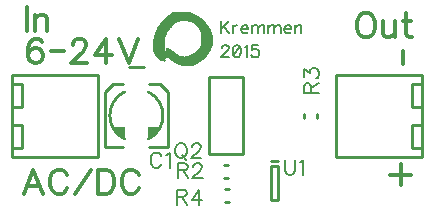
<source format=gto>
G04 DipTrace 2.4.0.2*
%INLaserreguv2.GTO*%
%MOMM*%
%ADD10C,0.25*%
%ADD12C,0.025*%
%ADD16C,0.155*%
%ADD55C,0.196*%
%ADD56C,0.314*%
%FSLAX53Y53*%
G04*
G71*
G90*
G75*
G01*
%LNTopSilk*%
%LPD*%
X22700Y5750D2*
D10*
X22100D1*
Y2850D1*
X22700D1*
Y5750D1*
Y6200D2*
X22100D1*
X7450Y13500D2*
X150D1*
Y6500D1*
X7450D1*
Y13500D1*
X1000Y12700D2*
X200D1*
Y10800D1*
X1000D1*
Y12700D1*
Y9200D2*
X200D1*
Y7300D1*
X1000D1*
Y9200D1*
X13350Y12050D2*
X12700Y12700D1*
X8700D2*
X8050Y12050D1*
X8700Y12700D2*
X9600D1*
X8050Y12050D2*
Y7450D1*
Y7400D2*
X9600D1*
X11800D2*
X13350D1*
Y12050D1*
X11800Y12700D2*
X12700D1*
X11300Y14150D2*
X10100D1*
G36*
X11700Y8050D2*
Y9050D1*
X12700D1*
X12200Y8550D1*
D1*
X11700Y8050D1*
G37*
Y12050D2*
D10*
G02X11700Y8050I-976J-2000D01*
G01*
X9700Y12050D2*
G03X9700Y8050I976J-2000D01*
G01*
G36*
D2*
Y9050D1*
X8700D1*
X9200Y8300D1*
Y8550D1*
X9700Y8050D1*
G37*
X18150Y5850D2*
D10*
X18450D1*
X18150Y4750D2*
X18450D1*
X26000Y10150D2*
Y9850D1*
X24900Y10150D2*
Y9850D1*
X18500Y2700D2*
X18200D1*
X18500Y3800D2*
X18200D1*
X16850Y6800D2*
X19750D1*
Y13300D1*
X16850D1*
Y6800D1*
X27600Y6500D2*
X34900D1*
Y13500D1*
X27600D1*
Y6500D1*
X34050Y7300D2*
X34850D1*
Y9200D1*
X34050D1*
Y7300D1*
Y10800D2*
X34850D1*
Y12700D1*
X34050D1*
Y10800D1*
X13885Y18842D2*
D12*
X14901D1*
X13807Y18817D2*
X15035D1*
X13743Y18791D2*
X15157D1*
X13691Y18766D2*
X15249D1*
X13668Y18740D2*
X15316D1*
X13644Y18715D2*
X15377D1*
X13616Y18690D2*
X15439D1*
X13504Y18664D2*
X13530D1*
X13583D2*
X15499D1*
X13453Y18639D2*
D3*
X13548D2*
X15556D1*
X13428Y18613D2*
D3*
X13516D2*
X15610D1*
X13478Y18588D2*
X15661D1*
X13441Y18563D2*
X15708D1*
X13407Y18537D2*
X15747D1*
X13392Y18512D2*
X15781D1*
X13383Y18486D2*
X15817D1*
X13301Y18461D2*
X15856D1*
X13279Y18436D2*
X15895D1*
X13253Y18410D2*
X15933D1*
X13225Y18385D2*
X15971D1*
X13196Y18359D2*
X16012D1*
X13165Y18334D2*
X16051D1*
X13136Y18309D2*
X16082D1*
X13112Y18283D2*
X16107D1*
X13091Y18258D2*
X16129D1*
X13069Y18232D2*
X16158D1*
X13046Y18207D2*
X16193D1*
X13025Y18182D2*
X16231D1*
X13005Y18156D2*
X16265D1*
X12983Y18131D2*
X16295D1*
X12957Y18105D2*
X14355D1*
X15022D2*
X16321D1*
X12931Y18080D2*
X14259D1*
X15151D2*
X16343D1*
X12908Y18055D2*
X14185D1*
X15250D2*
X16360D1*
X12888Y18029D2*
X14126D1*
X15321D2*
X16374D1*
X12866Y18004D2*
X14073D1*
X15382D2*
X16391D1*
X12843Y17978D2*
X14026D1*
X15438D2*
X16416D1*
X12822Y17953D2*
X13984D1*
X15487D2*
X16445D1*
X12802Y17928D2*
X13945D1*
X15529D2*
X16473D1*
X12781Y17902D2*
X13910D1*
X15568D2*
X16499D1*
X12757Y17877D2*
X13881D1*
X15606D2*
X16522D1*
X12735Y17851D2*
X13857D1*
X15642D2*
X16541D1*
X12716Y17826D2*
X13836D1*
X15674D2*
X16557D1*
X12699Y17801D2*
X13814D1*
X15699D2*
X16572D1*
X12683Y17775D2*
X13791D1*
X15720D2*
X16592D1*
X12666Y17750D2*
X13766D1*
X15742D2*
X16617D1*
X12649Y17724D2*
X13741D1*
X15762D2*
X16643D1*
X12632Y17699D2*
X13715D1*
X15781D2*
X16666D1*
X12614Y17674D2*
X13687D1*
X15800D2*
X16686D1*
X12594Y17648D2*
X13659D1*
X15824D2*
X16707D1*
X12571Y17623D2*
X13633D1*
X15852D2*
X16726D1*
X12547Y17597D2*
X13610D1*
X15879D2*
X16741D1*
X12527Y17572D2*
X13591D1*
X15899D2*
X16753D1*
X12510Y17547D2*
X13571D1*
X15914D2*
X16765D1*
X12496Y17521D2*
X13548D1*
X15928D2*
X16781D1*
X12483Y17496D2*
X13522D1*
X15944D2*
X16801D1*
X12473Y17470D2*
X13497D1*
X15959D2*
X16824D1*
X12463Y17445D2*
X13474D1*
X15973D2*
X16844D1*
X12454Y17420D2*
X13451D1*
X15987D2*
X16860D1*
X12443Y17394D2*
X13428D1*
X16003D2*
X16875D1*
X12431Y17369D2*
X13407D1*
X16019D2*
X16887D1*
X12421Y17343D2*
X13392D1*
X16033D2*
X16898D1*
X12413Y17318D2*
X13379D1*
X16046D2*
X16907D1*
X12404Y17293D2*
X13364D1*
X16062D2*
X16916D1*
X12394Y17267D2*
X13343D1*
X16077D2*
X16925D1*
X12382Y17242D2*
X13318D1*
X16087D2*
X16933D1*
X12367Y17216D2*
X13294D1*
X16096D2*
X16942D1*
X12349Y17191D2*
X13272D1*
X16105D2*
X16950D1*
X12333Y17166D2*
X13252D1*
X16116D2*
X16958D1*
X12318Y17140D2*
X13235D1*
X16126D2*
X16967D1*
X12306Y17115D2*
X13221D1*
X16135D2*
X16975D1*
X12296Y17089D2*
X13210D1*
X16141D2*
X16982D1*
X12289Y17064D2*
X13200D1*
X16145D2*
X16991D1*
X12283Y17039D2*
X13191D1*
X16149D2*
X17004D1*
X12276Y17013D2*
X13182D1*
X16156D2*
X17017D1*
X12268Y16988D2*
X13174D1*
X16164D2*
X17027D1*
X12263Y16962D2*
X13165D1*
X16171D2*
X17035D1*
X12257Y16937D2*
X13156D1*
X16180D2*
X17044D1*
X12250Y16912D2*
X13145D1*
X16187D2*
X17051D1*
X12242Y16886D2*
X13130D1*
X16192D2*
X17057D1*
X12234Y16861D2*
X13115D1*
X16195D2*
X17063D1*
X12226Y16835D2*
X13102D1*
X16196D2*
X17070D1*
X12218Y16810D2*
X13091D1*
X16196D2*
X17077D1*
X12213Y16785D2*
X13082D1*
X16197D2*
X17081D1*
X12210Y16759D2*
X13076D1*
X16197D2*
X17084D1*
X12205Y16734D2*
X13070D1*
X16197D2*
X17085D1*
X12199Y16708D2*
X13063D1*
X16197D2*
X17085D1*
X12192Y16683D2*
X13056D1*
X16197D2*
X17086D1*
X12188Y16658D2*
X13051D1*
X16197D2*
X17086D1*
X12185Y16632D2*
X13048D1*
X16197D2*
X17086D1*
X12184Y16607D2*
X13043D1*
X16197D2*
X17086D1*
X12182Y16581D2*
X13037D1*
X16197D2*
X17086D1*
X12175Y16556D2*
X13030D1*
X16197D2*
X17086D1*
X12163Y16531D2*
X13026D1*
X16197D2*
X17086D1*
X12150Y16505D2*
X13023D1*
X16197D2*
X17086D1*
X12141Y16480D2*
X13022D1*
X16197D2*
X17086D1*
X12136Y16454D2*
X13022D1*
X16197D2*
X17086D1*
X12134Y16429D2*
X13022D1*
X16197D2*
X17086D1*
X12133Y16404D2*
X13022D1*
X16197D2*
X17086D1*
X12133Y16378D2*
X13022D1*
X16197D2*
X17086D1*
X12133Y16353D2*
X13022D1*
X16197D2*
X17086D1*
X12133Y16327D2*
X13022D1*
X16197D2*
X17086D1*
X12133Y16302D2*
X13022D1*
X16197D2*
X17086D1*
X12133Y16277D2*
X13022D1*
X16197D2*
X17086D1*
X12133Y16251D2*
X13022D1*
X16197D2*
X17086D1*
X12133Y16226D2*
X13022D1*
X16197D2*
X17085D1*
X12133Y16200D2*
X13022D1*
X16197D2*
X17081D1*
X12133Y16175D2*
X13022D1*
X16197D2*
X17075D1*
X12133Y16150D2*
X13022D1*
X16197D2*
X17069D1*
X12133Y16124D2*
X13022D1*
X16196D2*
X17064D1*
X12133Y16099D2*
X13022D1*
X16192D2*
X17062D1*
X12133Y16073D2*
X13022D1*
X16185D2*
X17061D1*
X12133Y16048D2*
X13022D1*
X16176D2*
X17059D1*
X12133Y16023D2*
X13022D1*
X16165D2*
X17056D1*
X12133Y15997D2*
X13022D1*
X16155D2*
X17048D1*
X12133Y15972D2*
X13022D1*
X16146D2*
X17035D1*
X12133Y15946D2*
X13022D1*
X16137D2*
X17018D1*
X12133Y15921D2*
X13022D1*
X16125D2*
X17003D1*
X12133Y15896D2*
X13022D1*
X16112D2*
X16992D1*
X12133Y15870D2*
X13022D1*
X16096D2*
X16984D1*
X12133Y15845D2*
X13022D1*
X16074D2*
X16975D1*
X12133Y15819D2*
X13022D1*
X16048D2*
X16967D1*
X12133Y15794D2*
X13022D1*
X16022D2*
X16959D1*
X12133Y15769D2*
X13021D1*
X15999D2*
X16950D1*
X12133Y15743D2*
X13017D1*
X13174D2*
D3*
X13250D2*
X13352D1*
X15979D2*
X16942D1*
X12133Y15718D2*
X13008D1*
X13223D2*
X13404D1*
X15961D2*
X16933D1*
X12133Y15692D2*
X12996D1*
X13202D2*
X13454D1*
X15944D2*
X16925D1*
X12133Y15667D2*
X13008D1*
X13188D2*
X13496D1*
X15930D2*
X16916D1*
X12133Y15642D2*
X13015D1*
X13179D2*
X13532D1*
X15917D2*
X16908D1*
X12133Y15616D2*
X13019D1*
X13180D2*
X13569D1*
X15899D2*
X16898D1*
X12133Y15591D2*
X13021D1*
X13185D2*
X13609D1*
X15871D2*
X16887D1*
X12135Y15565D2*
X13023D1*
X13190D2*
X13652D1*
X15836D2*
X16876D1*
X12139Y15540D2*
X13028D1*
X13193D2*
X13697D1*
X15799D2*
X16866D1*
X12153Y15515D2*
X13048D1*
X13098D2*
X13149D1*
X13185D2*
X13738D1*
X15765D2*
X16856D1*
X12166Y15489D2*
X13773D1*
X15737D2*
X16840D1*
X12176Y15464D2*
X13801D1*
X15724D2*
X16820D1*
X12184Y15438D2*
X13824D1*
X15712D2*
X16801D1*
X12192Y15413D2*
X13847D1*
X15698D2*
X16787D1*
X12201Y15388D2*
X13874D1*
X15668D2*
X16774D1*
X12209Y15362D2*
X13904D1*
X15631D2*
X16760D1*
X12218Y15337D2*
X13934D1*
X15511D2*
D3*
X15589D2*
X16745D1*
X12230Y15311D2*
X13964D1*
X15460D2*
X15485D1*
X15539D2*
X16726D1*
X12244Y15286D2*
X13998D1*
X15445D2*
X16707D1*
X12260Y15261D2*
X14036D1*
X15384D2*
D3*
X15423D2*
X16690D1*
X12273Y15235D2*
X14075D1*
X15333D2*
X15358D1*
X15397D2*
X16674D1*
X12284Y15210D2*
X14111D1*
X15340D2*
X16656D1*
X12299Y15184D2*
X14144D1*
X15344D2*
X16633D1*
X12320Y15159D2*
X14182D1*
X15265D2*
X16607D1*
X12345Y15134D2*
X14228D1*
X15181D2*
X16580D1*
X12370Y15108D2*
X14289D1*
X15206D2*
X16553D1*
X12396Y15083D2*
X14377D1*
X15097D2*
X16527D1*
X12425Y15057D2*
X14518D1*
X14931D2*
X16501D1*
X12455Y15032D2*
X13255D1*
X13291D2*
X14728D1*
X14695D2*
X16473D1*
X12484Y15007D2*
X13216D1*
X13345D2*
X16446D1*
X12509Y14981D2*
X13184D1*
X13384D2*
X16423D1*
X12531Y14956D2*
X13158D1*
X13412D2*
X16406D1*
X12553Y14930D2*
X13131D1*
X13434D2*
X16389D1*
X12575Y14905D2*
X13103D1*
X13458D2*
X16368D1*
X12596Y14880D2*
X13075D1*
X13486D2*
X16342D1*
X12619Y14854D2*
X13047D1*
X13519D2*
X16310D1*
X12647Y14829D2*
X13063D1*
X13557D2*
X16272D1*
X12680Y14803D2*
X12768D1*
X12827D2*
X13076D1*
X13594D2*
X16230D1*
X12717Y14778D2*
X12742D1*
X12868D2*
X13086D1*
X13629D2*
X16187D1*
X12911Y14753D2*
X13092D1*
X13661D2*
X16149D1*
X12953Y14727D2*
X13093D1*
X13693D2*
X16117D1*
X12998Y14702D2*
X13084D1*
X13726D2*
X16087D1*
X13047Y14676D2*
X13072D1*
X13763D2*
X16053D1*
X13804Y14651D2*
X16016D1*
X13849Y14626D2*
X15979D1*
X13900Y14600D2*
X15942D1*
X13954Y14575D2*
X15900D1*
X14003Y14549D2*
X15852D1*
X14044Y14524D2*
X15806D1*
X14081Y14499D2*
X15767D1*
X14124Y14473D2*
X15733D1*
X14177Y14448D2*
X15694D1*
X14237Y14422D2*
X15650D1*
X14302Y14397D2*
X15602D1*
X14376Y14372D2*
X15551D1*
X14466Y14346D2*
X15492D1*
X14567Y14321D2*
X15427D1*
X14673Y14295D2*
X15358D1*
X13885Y18842D2*
X13807Y18817D1*
X13743Y18791D1*
X13691Y18766D1*
X13668Y18740D1*
X13644Y18715D1*
X13616Y18690D1*
X13583Y18664D1*
X13548Y18639D1*
X13512Y18613D1*
X13476Y18588D1*
X13440Y18563D1*
X13407Y18537D1*
X13392Y18512D1*
X13383Y18486D1*
X13377Y18461D1*
X13301D1*
X13279Y18436D1*
X13253Y18410D1*
X13225Y18385D1*
X13196Y18359D1*
X13165Y18334D1*
X13136Y18309D1*
X13112Y18283D1*
X13091Y18258D1*
X13069Y18232D1*
X13046Y18207D1*
X13025Y18182D1*
X13005Y18156D1*
X12983Y18131D1*
X12957Y18105D1*
X12931Y18080D1*
X12908Y18055D1*
X12888Y18029D1*
X12866Y18004D1*
X12843Y17978D1*
X12822Y17953D1*
X12802Y17928D1*
X12781Y17902D1*
X12757Y17877D1*
X12735Y17851D1*
X12716Y17826D1*
X12699Y17801D1*
X12683Y17775D1*
X12666Y17750D1*
X12649Y17724D1*
X12632Y17699D1*
X12614Y17674D1*
X12594Y17648D1*
X12571Y17623D1*
X12547Y17597D1*
X12527Y17572D1*
X12510Y17547D1*
X12496Y17521D1*
X12483Y17496D1*
X12473Y17470D1*
X12463Y17445D1*
X12454Y17420D1*
X12443Y17394D1*
X12431Y17369D1*
X12421Y17343D1*
X12413Y17318D1*
X12404Y17293D1*
X12394Y17267D1*
X12382Y17242D1*
X12367Y17216D1*
X12349Y17191D1*
X12333Y17166D1*
X12318Y17140D1*
X12306Y17115D1*
X12296Y17089D1*
X12289Y17064D1*
X12283Y17039D1*
X12276Y17013D1*
X12268Y16988D1*
X12263Y16962D1*
X12257Y16937D1*
X12250Y16912D1*
X12242Y16886D1*
X12234Y16861D1*
X12226Y16835D1*
X12218Y16810D1*
X12213Y16785D1*
X12210Y16759D1*
X12205Y16734D1*
X12199Y16708D1*
X12192Y16683D1*
X12188Y16658D1*
X12185Y16632D1*
X12184Y16607D1*
X12182Y16581D1*
X12175Y16556D1*
X12163Y16531D1*
X12150Y16505D1*
X12141Y16480D1*
X12136Y16454D1*
X12134Y16429D1*
X12133Y16404D1*
Y16378D1*
Y16353D1*
Y16327D1*
Y16302D1*
Y16277D1*
Y16251D1*
Y16226D1*
Y16200D1*
Y16175D1*
Y16150D1*
Y16124D1*
Y16099D1*
Y16073D1*
Y16048D1*
Y16023D1*
Y15997D1*
Y15972D1*
Y15946D1*
Y15921D1*
Y15896D1*
Y15870D1*
Y15845D1*
Y15819D1*
Y15794D1*
Y15769D1*
Y15743D1*
Y15718D1*
Y15692D1*
Y15667D1*
Y15642D1*
Y15616D1*
Y15591D1*
X12135Y15565D1*
X12139Y15540D1*
X12153Y15515D1*
X12166Y15489D1*
X12176Y15464D1*
X12184Y15438D1*
X12192Y15413D1*
X12201Y15388D1*
X12209Y15362D1*
X12218Y15337D1*
X12230Y15311D1*
X12244Y15286D1*
X12260Y15261D1*
X12273Y15235D1*
X12284Y15210D1*
X12299Y15184D1*
X12320Y15159D1*
X12345Y15134D1*
X12370Y15108D1*
X12396Y15083D1*
X12425Y15057D1*
X12455Y15032D1*
X12484Y15007D1*
X12509Y14981D1*
X12531Y14956D1*
X12553Y14930D1*
X12575Y14905D1*
X12596Y14880D1*
X12619Y14854D1*
X12647Y14829D1*
X12680Y14803D1*
X12717Y14778D1*
X14901Y18842D2*
X15035Y18817D1*
X15157Y18791D1*
X15249Y18766D1*
X15316Y18740D1*
X15377Y18715D1*
X15439Y18690D1*
X15499Y18664D1*
X15556Y18639D1*
X15610Y18613D1*
X15661Y18588D1*
X15708Y18563D1*
X15747Y18537D1*
X15781Y18512D1*
X15817Y18486D1*
X15856Y18461D1*
X15895Y18436D1*
X15933Y18410D1*
X15971Y18385D1*
X16012Y18359D1*
X16051Y18334D1*
X16082Y18309D1*
X16107Y18283D1*
X16129Y18258D1*
X16158Y18232D1*
X16193Y18207D1*
X16231Y18182D1*
X16265Y18156D1*
X16295Y18131D1*
X16321Y18105D1*
X16343Y18080D1*
X16360Y18055D1*
X16374Y18029D1*
X16391Y18004D1*
X16416Y17978D1*
X16445Y17953D1*
X16473Y17928D1*
X16499Y17902D1*
X16522Y17877D1*
X16541Y17851D1*
X16557Y17826D1*
X16572Y17801D1*
X16592Y17775D1*
X16617Y17750D1*
X16643Y17724D1*
X16666Y17699D1*
X16686Y17674D1*
X16707Y17648D1*
X16726Y17623D1*
X16741Y17597D1*
X16753Y17572D1*
X16765Y17547D1*
X16781Y17521D1*
X16801Y17496D1*
X16824Y17470D1*
X16844Y17445D1*
X16860Y17420D1*
X16875Y17394D1*
X16887Y17369D1*
X16898Y17343D1*
X16907Y17318D1*
X16916Y17293D1*
X16925Y17267D1*
X16933Y17242D1*
X16942Y17216D1*
X16950Y17191D1*
X16958Y17166D1*
X16967Y17140D1*
X16975Y17115D1*
X16982Y17089D1*
X16991Y17064D1*
X17004Y17039D1*
X17017Y17013D1*
X17027Y16988D1*
X17035Y16962D1*
X17044Y16937D1*
X17051Y16912D1*
X17057Y16886D1*
X17063Y16861D1*
X17070Y16835D1*
X17077Y16810D1*
X17081Y16785D1*
X17084Y16759D1*
X17085Y16734D1*
Y16708D1*
X17086Y16683D1*
Y16658D1*
Y16632D1*
Y16607D1*
Y16581D1*
Y16556D1*
Y16531D1*
Y16505D1*
Y16480D1*
Y16454D1*
Y16429D1*
Y16404D1*
Y16378D1*
Y16353D1*
Y16327D1*
Y16302D1*
Y16277D1*
Y16251D1*
X17085Y16226D1*
X17081Y16200D1*
X17075Y16175D1*
X17069Y16150D1*
X17064Y16124D1*
X17062Y16099D1*
X17061Y16073D1*
X17059Y16048D1*
X17056Y16023D1*
X17048Y15997D1*
X17035Y15972D1*
X17018Y15946D1*
X17003Y15921D1*
X16992Y15896D1*
X16984Y15870D1*
X16975Y15845D1*
X16967Y15819D1*
X16959Y15794D1*
X16950Y15769D1*
X16942Y15743D1*
X16933Y15718D1*
X16925Y15692D1*
X16916Y15667D1*
X16908Y15642D1*
X16898Y15616D1*
X16887Y15591D1*
X16876Y15565D1*
X16866Y15540D1*
X16856Y15515D1*
X16840Y15489D1*
X16820Y15464D1*
X16801Y15438D1*
X16787Y15413D1*
X16774Y15388D1*
X16760Y15362D1*
X16745Y15337D1*
X16726Y15311D1*
X16707Y15286D1*
X16690Y15261D1*
X16674Y15235D1*
X16656Y15210D1*
X16633Y15184D1*
X16607Y15159D1*
X16580Y15134D1*
X16553Y15108D1*
X16527Y15083D1*
X16501Y15057D1*
X16473Y15032D1*
X16446Y15007D1*
X16423Y14981D1*
X16406Y14956D1*
X16389Y14930D1*
X16368Y14905D1*
X16342Y14880D1*
X16310Y14854D1*
X16272Y14829D1*
X16230Y14803D1*
X16187Y14778D1*
X16149Y14753D1*
X16117Y14727D1*
X16087Y14702D1*
X16053Y14676D1*
X16016Y14651D1*
X15979Y14626D1*
X15942Y14600D1*
X15900Y14575D1*
X15852Y14549D1*
X15806Y14524D1*
X15767Y14499D1*
X15733Y14473D1*
X15694Y14448D1*
X15650Y14422D1*
X15602Y14397D1*
X15551Y14372D1*
X15492Y14346D1*
X15427Y14321D1*
X15358Y14295D1*
X13504Y18664D2*
X13555Y18639D1*
X13516Y18613D1*
X13478Y18588D1*
X13441Y18563D1*
X13407Y18537D1*
X13392Y18512D1*
X13383Y18486D1*
X13377Y18461D1*
X13301D1*
X13279Y18436D1*
X13253Y18410D1*
X13225Y18385D1*
X13196Y18359D1*
X13165Y18334D1*
X13136Y18309D1*
X13112Y18283D1*
X13091Y18258D1*
X13069Y18232D1*
X13046Y18207D1*
X13025Y18182D1*
X13005Y18156D1*
X12983Y18131D1*
X12957Y18105D1*
X12931Y18080D1*
X12908Y18055D1*
X12888Y18029D1*
X12866Y18004D1*
X12843Y17978D1*
X12822Y17953D1*
X12802Y17928D1*
X12781Y17902D1*
X12757Y17877D1*
X12735Y17851D1*
X12716Y17826D1*
X12699Y17801D1*
X12683Y17775D1*
X12666Y17750D1*
X12649Y17724D1*
X12632Y17699D1*
X12614Y17674D1*
X12594Y17648D1*
X12571Y17623D1*
X12547Y17597D1*
X12527Y17572D1*
X12510Y17547D1*
X12496Y17521D1*
X12483Y17496D1*
X12473Y17470D1*
X12463Y17445D1*
X12454Y17420D1*
X12443Y17394D1*
X12431Y17369D1*
X12421Y17343D1*
X12413Y17318D1*
X12404Y17293D1*
X12394Y17267D1*
X12382Y17242D1*
X12367Y17216D1*
X12349Y17191D1*
X12333Y17166D1*
X12318Y17140D1*
X12306Y17115D1*
X12296Y17089D1*
X12289Y17064D1*
X12283Y17039D1*
X12276Y17013D1*
X12268Y16988D1*
X12263Y16962D1*
X12257Y16937D1*
X12250Y16912D1*
X12242Y16886D1*
X12234Y16861D1*
X12226Y16835D1*
X12218Y16810D1*
X12213Y16785D1*
X12210Y16759D1*
X12205Y16734D1*
X12199Y16708D1*
X12192Y16683D1*
X12188Y16658D1*
X12185Y16632D1*
X12184Y16607D1*
X12182Y16581D1*
X12175Y16556D1*
X12163Y16531D1*
X12150Y16505D1*
X12141Y16480D1*
X12136Y16454D1*
X12134Y16429D1*
X12133Y16404D1*
Y16378D1*
Y16353D1*
Y16327D1*
Y16302D1*
Y16277D1*
Y16251D1*
Y16226D1*
Y16200D1*
Y16175D1*
Y16150D1*
Y16124D1*
Y16099D1*
Y16073D1*
Y16048D1*
Y16023D1*
Y15997D1*
Y15972D1*
Y15946D1*
Y15921D1*
Y15896D1*
Y15870D1*
Y15845D1*
Y15819D1*
Y15794D1*
Y15769D1*
Y15743D1*
Y15718D1*
Y15692D1*
Y15667D1*
Y15642D1*
Y15616D1*
Y15591D1*
X12135Y15565D1*
X12139Y15540D1*
X12153Y15515D1*
X12166Y15489D1*
X12176Y15464D1*
X12184Y15438D1*
X12192Y15413D1*
X12201Y15388D1*
X12209Y15362D1*
X12218Y15337D1*
X12230Y15311D1*
X12244Y15286D1*
X12260Y15261D1*
X12273Y15235D1*
X12284Y15210D1*
X12299Y15184D1*
X12320Y15159D1*
X12345Y15134D1*
X12370Y15108D1*
X12396Y15083D1*
X12425Y15057D1*
X12455Y15032D1*
X12484Y15007D1*
X12509Y14981D1*
X12531Y14956D1*
X12553Y14930D1*
X12575Y14905D1*
X12596Y14880D1*
X12619Y14854D1*
X12647Y14829D1*
X12680Y14803D1*
X12717Y14778D1*
X13530Y18664D2*
X13453Y18639D2*
X13428Y18613D2*
X14469Y18131D2*
X14355Y18105D1*
X14259Y18080D1*
X14185Y18055D1*
X14126Y18029D1*
X14073Y18004D1*
X14026Y17978D1*
X13984Y17953D1*
X13945Y17928D1*
X13910Y17902D1*
X13881Y17877D1*
X13857Y17851D1*
X13836Y17826D1*
X13814Y17801D1*
X13791Y17775D1*
X13766Y17750D1*
X13741Y17724D1*
X13715Y17699D1*
X13687Y17674D1*
X13659Y17648D1*
X13633Y17623D1*
X13610Y17597D1*
X13591Y17572D1*
X13571Y17547D1*
X13548Y17521D1*
X13522Y17496D1*
X13497Y17470D1*
X13474Y17445D1*
X13451Y17420D1*
X13428Y17394D1*
X13407Y17369D1*
X13392Y17343D1*
X13379Y17318D1*
X13364Y17293D1*
X13343Y17267D1*
X13318Y17242D1*
X13294Y17216D1*
X13272Y17191D1*
X13252Y17166D1*
X13235Y17140D1*
X13221Y17115D1*
X13210Y17089D1*
X13200Y17064D1*
X13191Y17039D1*
X13182Y17013D1*
X13174Y16988D1*
X13165Y16962D1*
X13156Y16937D1*
X13145Y16912D1*
X13130Y16886D1*
X13115Y16861D1*
X13102Y16835D1*
X13091Y16810D1*
X13082Y16785D1*
X13076Y16759D1*
X13070Y16734D1*
X13063Y16708D1*
X13056Y16683D1*
X13051Y16658D1*
X13048Y16632D1*
X13043Y16607D1*
X13037Y16581D1*
X13030Y16556D1*
X13026Y16531D1*
X13023Y16505D1*
X13022Y16480D1*
Y16454D1*
Y16429D1*
Y16404D1*
Y16378D1*
Y16353D1*
Y16327D1*
Y16302D1*
Y16277D1*
Y16251D1*
Y16226D1*
Y16200D1*
Y16175D1*
Y16150D1*
Y16124D1*
Y16099D1*
Y16073D1*
Y16048D1*
Y16023D1*
Y15997D1*
Y15972D1*
Y15946D1*
Y15921D1*
Y15896D1*
Y15870D1*
Y15845D1*
Y15819D1*
Y15794D1*
X13021Y15769D1*
X13017Y15743D1*
X13008Y15718D1*
X12996Y15692D1*
X13008Y15667D1*
X13015Y15642D1*
X13019Y15616D1*
X13021Y15591D1*
X13023Y15565D1*
X13028Y15540D1*
X13048Y15515D1*
X13072Y15489D1*
X14876Y18131D2*
X15022Y18105D1*
X15151Y18080D1*
X15250Y18055D1*
X15321Y18029D1*
X15382Y18004D1*
X15438Y17978D1*
X15487Y17953D1*
X15529Y17928D1*
X15568Y17902D1*
X15606Y17877D1*
X15642Y17851D1*
X15674Y17826D1*
X15699Y17801D1*
X15720Y17775D1*
X15742Y17750D1*
X15762Y17724D1*
X15781Y17699D1*
X15800Y17674D1*
X15824Y17648D1*
X15852Y17623D1*
X15879Y17597D1*
X15899Y17572D1*
X15914Y17547D1*
X15928Y17521D1*
X15944Y17496D1*
X15959Y17470D1*
X15973Y17445D1*
X15987Y17420D1*
X16003Y17394D1*
X16019Y17369D1*
X16033Y17343D1*
X16046Y17318D1*
X16062Y17293D1*
X16077Y17267D1*
X16087Y17242D1*
X16096Y17216D1*
X16105Y17191D1*
X16116Y17166D1*
X16126Y17140D1*
X16135Y17115D1*
X16141Y17089D1*
X16145Y17064D1*
X16149Y17039D1*
X16156Y17013D1*
X16164Y16988D1*
X16171Y16962D1*
X16180Y16937D1*
X16187Y16912D1*
X16192Y16886D1*
X16195Y16861D1*
X16196Y16835D1*
Y16810D1*
X16197Y16785D1*
Y16759D1*
Y16734D1*
Y16708D1*
Y16683D1*
Y16658D1*
Y16632D1*
Y16607D1*
Y16581D1*
Y16556D1*
Y16531D1*
Y16505D1*
Y16480D1*
Y16454D1*
Y16429D1*
Y16404D1*
Y16378D1*
Y16353D1*
Y16327D1*
Y16302D1*
Y16277D1*
Y16251D1*
Y16226D1*
Y16200D1*
Y16175D1*
Y16150D1*
X16196Y16124D1*
X16192Y16099D1*
X16185Y16073D1*
X16176Y16048D1*
X16165Y16023D1*
X16155Y15997D1*
X16146Y15972D1*
X16137Y15946D1*
X16125Y15921D1*
X16112Y15896D1*
X16096Y15870D1*
X16074Y15845D1*
X16048Y15819D1*
X16022Y15794D1*
X15999Y15769D1*
X15979Y15743D1*
X15961Y15718D1*
X15944Y15692D1*
X15930Y15667D1*
X15917Y15642D1*
X15899Y15616D1*
X15871Y15591D1*
X15836Y15565D1*
X15799Y15540D1*
X15765Y15515D1*
X15737Y15489D1*
X15724Y15464D1*
X15712Y15438D1*
X15698Y15413D1*
X15668Y15388D1*
X15631Y15362D1*
X15589Y15337D1*
X15539Y15311D1*
X15485Y15286D1*
X13174Y15743D2*
X13184Y15718D1*
X13183Y15692D1*
X13180Y15667D1*
X13178Y15642D1*
X13180Y15616D1*
X13185Y15591D1*
X13190Y15565D1*
X13193Y15540D1*
X13185Y15515D1*
X13174Y15489D1*
X13250Y15743D2*
X13223Y15718D1*
X13202Y15692D1*
X13188Y15667D1*
X13179Y15642D1*
X13180Y15616D1*
X13185Y15591D1*
X13190Y15565D1*
X13193Y15540D1*
X13185Y15515D1*
X13174Y15489D1*
X13352Y15743D2*
X13404Y15718D1*
X13454Y15692D1*
X13496Y15667D1*
X13532Y15642D1*
X13569Y15616D1*
X13609Y15591D1*
X13652Y15565D1*
X13697Y15540D1*
X13738Y15515D1*
X13773Y15489D1*
X13801Y15464D1*
X13824Y15438D1*
X13847Y15413D1*
X13874Y15388D1*
X13904Y15362D1*
X13934Y15337D1*
X13964Y15311D1*
X13998Y15286D1*
X14036Y15261D1*
X14075Y15235D1*
X14111Y15210D1*
X14144Y15184D1*
X14182Y15159D1*
X14228Y15134D1*
X14289Y15108D1*
X14377Y15083D1*
X14518Y15057D1*
X14728Y15032D1*
X14977Y15007D1*
X13098Y15515D2*
X13072Y15489D1*
X13149Y15515D2*
X13174Y15489D1*
X15511Y15337D2*
X15485Y15311D1*
X15460D2*
X15445Y15286D1*
X15423Y15261D1*
X15393Y15235D1*
X15358Y15210D1*
X15485Y15311D2*
X15511Y15286D1*
X15384Y15261D2*
X15397Y15235D1*
X15409Y15210D1*
X15333Y15235D2*
X15340Y15210D1*
X15344Y15184D1*
X15265Y15159D1*
X15181Y15134D1*
X15206Y15108D1*
X15097Y15083D1*
X14931Y15057D1*
X14695Y15032D1*
X14419Y15007D1*
X15358Y15235D2*
X15384Y15210D1*
X13301Y15057D2*
X13255Y15032D1*
X13216Y15007D1*
X13184Y14981D1*
X13158Y14956D1*
X13131Y14930D1*
X13103Y14905D1*
X13075Y14880D1*
X13047Y14854D1*
X13063Y14829D1*
X13076Y14803D1*
X13086Y14778D1*
X13092Y14753D1*
X13093Y14727D1*
X13084Y14702D1*
X13072Y14676D1*
X13225Y15057D2*
X13291Y15032D1*
X13345Y15007D1*
X13384Y14981D1*
X13412Y14956D1*
X13434Y14930D1*
X13458Y14905D1*
X13486Y14880D1*
X13519Y14854D1*
X13557Y14829D1*
X13594Y14803D1*
X13629Y14778D1*
X13661Y14753D1*
X13693Y14727D1*
X13726Y14702D1*
X13763Y14676D1*
X13804Y14651D1*
X13849Y14626D1*
X13900Y14600D1*
X13954Y14575D1*
X14003Y14549D1*
X14044Y14524D1*
X14081Y14499D1*
X14124Y14473D1*
X14177Y14448D1*
X14237Y14422D1*
X14302Y14397D1*
X14376Y14372D1*
X14466Y14346D1*
X14567Y14321D1*
X14673Y14295D1*
X12793Y14829D2*
X12768Y14803D1*
X12742Y14778D1*
X12793Y14829D2*
X12827Y14803D1*
X12868Y14778D1*
X12911Y14753D1*
X12953Y14727D1*
X12998Y14702D1*
X13047Y14676D1*
X23276Y6310D2*
D55*
Y5399D1*
X23337Y5216D1*
X23459Y5096D1*
X23641Y5034D1*
X23762D1*
X23944Y5096D1*
X24067Y5216D1*
X24127Y5399D1*
Y6310D1*
X24519Y6066D2*
X24641Y6127D1*
X24824Y6308D1*
Y5034D1*
X12807Y6607D2*
X12747Y6727D1*
X12625Y6850D1*
X12504Y6910D1*
X12261D1*
X12139Y6850D1*
X12018Y6727D1*
X11956Y6607D1*
X11896Y6424D1*
Y6120D1*
X11956Y5938D1*
X12018Y5816D1*
X12139Y5696D1*
X12261Y5634D1*
X12504D1*
X12625Y5696D1*
X12747Y5816D1*
X12807Y5938D1*
X13199Y6666D2*
X13321Y6727D1*
X13504Y6908D1*
Y5634D1*
X14203Y5402D2*
X14749D1*
X14932Y5464D1*
X14994Y5524D1*
X15054Y5645D1*
Y5767D1*
X14994Y5888D1*
X14932Y5950D1*
X14749Y6010D1*
X14203D1*
Y4734D1*
X14629Y5402D2*
X15054Y4734D1*
X15508Y5705D2*
Y5766D1*
X15568Y5888D1*
X15629Y5948D1*
X15751Y6008D1*
X15994D1*
X16114Y5948D1*
X16175Y5888D1*
X16236Y5766D1*
Y5645D1*
X16175Y5523D1*
X16054Y5342D1*
X15446Y4734D1*
X16297D1*
X25498Y11953D2*
Y12499D1*
X25436Y12682D1*
X25376Y12744D1*
X25255Y12804D1*
X25133D1*
X25012Y12744D1*
X24951Y12682D1*
X24890Y12499D1*
Y11953D1*
X26166D1*
X25498Y12379D2*
X26166Y12804D1*
X24892Y13318D2*
Y13985D1*
X25377Y13621D1*
Y13804D1*
X25438Y13925D1*
X25498Y13985D1*
X25681Y14047D1*
X25801D1*
X25984Y13985D1*
X26106Y13864D1*
X26166Y13682D1*
Y13499D1*
X26106Y13318D1*
X26044Y13258D1*
X25923Y13196D1*
X14123Y3152D2*
X14669D1*
X14852Y3214D1*
X14913Y3274D1*
X14974Y3395D1*
Y3517D1*
X14913Y3638D1*
X14852Y3700D1*
X14669Y3760D1*
X14123D1*
Y2484D1*
X14548Y3152D2*
X14974Y2484D1*
X15974D2*
Y3758D1*
X15366Y2909D1*
X16277D1*
X14357Y7710D2*
X14236Y7651D1*
X14114Y7529D1*
X14054Y7407D1*
X13992Y7224D1*
Y6921D1*
X14054Y6739D1*
X14114Y6618D1*
X14236Y6496D1*
X14357Y6435D1*
X14600D1*
X14722Y6496D1*
X14843Y6618D1*
X14903Y6739D1*
X14965Y6921D1*
Y7224D1*
X14903Y7407D1*
X14843Y7529D1*
X14722Y7651D1*
X14600Y7710D1*
X14357D1*
X14540Y6678D2*
X14903Y6313D1*
X15419Y7405D2*
Y7466D1*
X15479Y7588D1*
X15540Y7648D1*
X15662Y7709D1*
X15905D1*
X16025Y7648D1*
X16086Y7588D1*
X16148Y7466D1*
Y7345D1*
X16086Y7223D1*
X15965Y7042D1*
X15357Y6434D1*
X16208D1*
X33074Y5921D2*
D56*
Y4171D1*
X32200Y5045D2*
X33950D1*
X33290Y14413D2*
Y15536D1*
X2716Y16226D2*
X2619Y16419D1*
X2327Y16515D1*
X2134D1*
X1842Y16419D1*
X1647Y16127D1*
X1550Y15642D1*
Y15156D1*
X1647Y14768D1*
X1842Y14572D1*
X2134Y14476D1*
X2231D1*
X2520Y14572D1*
X2716Y14768D1*
X2812Y15060D1*
Y15156D1*
X2716Y15448D1*
X2520Y15642D1*
X2231Y15738D1*
X2134D1*
X1842Y15642D1*
X1647Y15448D1*
X1550Y15156D1*
X3440Y15496D2*
X4563D1*
X5289Y16030D2*
Y16127D1*
X5386Y16322D1*
X5482Y16419D1*
X5678Y16515D1*
X6066D1*
X6259Y16419D1*
X6356Y16322D1*
X6455Y16127D1*
Y15934D1*
X6356Y15738D1*
X6163Y15448D1*
X5190Y14476D1*
X6551D1*
X8152D2*
Y16515D1*
X7179Y15156D1*
X8637D1*
X9264Y16518D2*
X10041Y14476D1*
X10818Y16518D1*
X2763Y3420D2*
X1983Y5462D1*
X1206Y3420D1*
X1498Y4100D2*
X2471D1*
X4848Y4976D2*
X4751Y5170D1*
X4556Y5365D1*
X4363Y5462D1*
X3974D1*
X3779Y5365D1*
X3586Y5170D1*
X3487Y4976D1*
X3390Y4684D1*
Y4197D1*
X3487Y3907D1*
X3586Y3712D1*
X3779Y3519D1*
X3974Y3420D1*
X4363D1*
X4556Y3519D1*
X4751Y3712D1*
X4848Y3907D1*
X5475Y3420D2*
X6837Y5459D1*
X7464Y5462D2*
Y3420D1*
X8145D1*
X8437Y3519D1*
X8632Y3712D1*
X8729Y3907D1*
X8825Y4197D1*
Y4684D1*
X8729Y4976D1*
X8632Y5170D1*
X8437Y5365D1*
X8145Y5462D1*
X7464D1*
X10910Y4976D2*
X10814Y5170D1*
X10618Y5365D1*
X10425Y5462D1*
X10037D1*
X9841Y5365D1*
X9648Y5170D1*
X9549Y4976D1*
X9453Y4684D1*
Y4197D1*
X9549Y3907D1*
X9648Y3712D1*
X9841Y3519D1*
X10037Y3420D1*
X10425D1*
X10618Y3519D1*
X10814Y3712D1*
X10910Y3907D1*
X1456Y19262D2*
Y17220D1*
X2084Y18581D2*
Y17220D1*
Y18192D2*
X2376Y18484D1*
X2571Y18581D1*
X2861D1*
X3056Y18484D1*
X3153Y18192D1*
Y17220D1*
X29940Y18712D2*
X29745Y18615D1*
X29552Y18420D1*
X29453Y18226D1*
X29356Y17934D1*
Y17447D1*
X29453Y17157D1*
X29552Y16962D1*
X29745Y16769D1*
X29940Y16670D1*
X30329D1*
X30522Y16769D1*
X30717Y16962D1*
X30814Y17157D1*
X30910Y17447D1*
Y17934D1*
X30814Y18226D1*
X30717Y18420D1*
X30522Y18615D1*
X30329Y18712D1*
X29940D1*
X31538Y18031D2*
Y17058D1*
X31634Y16769D1*
X31830Y16670D1*
X32122D1*
X32315Y16769D1*
X32607Y17058D1*
Y18031D2*
Y16670D1*
X33527Y18712D2*
Y17058D1*
X33623Y16769D1*
X33819Y16670D1*
X34012D1*
X33235Y18031D2*
X33915D1*
X17872Y18012D2*
D16*
Y16991D1*
X18552Y18012D2*
X17872Y17332D1*
X18114Y17575D2*
X18552Y16991D1*
X18866Y17672D2*
Y16991D1*
Y17380D2*
X18915Y17526D1*
X19012Y17624D1*
X19110Y17672D1*
X19256D1*
X19569Y17380D2*
X20152D1*
Y17478D1*
X20104Y17575D1*
X20056Y17624D1*
X19958Y17672D1*
X19812D1*
X19715Y17624D1*
X19618Y17526D1*
X19569Y17380D1*
Y17283D1*
X19618Y17137D1*
X19715Y17041D1*
X19812Y16991D1*
X19958D1*
X20056Y17041D1*
X20152Y17137D1*
X20466Y17672D2*
Y16991D1*
Y17478D2*
X20612Y17624D1*
X20710Y17672D1*
X20854D1*
X20952Y17624D1*
X21000Y17478D1*
Y16991D1*
Y17478D2*
X21146Y17624D1*
X21244Y17672D1*
X21389D1*
X21487Y17624D1*
X21536Y17478D1*
Y16991D1*
X21850Y17672D2*
Y16991D1*
Y17478D2*
X21996Y17624D1*
X22094Y17672D1*
X22239D1*
X22336Y17624D1*
X22385Y17478D1*
Y16991D1*
Y17478D2*
X22531Y17624D1*
X22628Y17672D1*
X22773D1*
X22871Y17624D1*
X22920Y17478D1*
Y16991D1*
X23234Y17380D2*
X23817D1*
Y17478D1*
X23769Y17575D1*
X23720Y17624D1*
X23623Y17672D1*
X23477D1*
X23380Y17624D1*
X23282Y17526D1*
X23234Y17380D1*
Y17283D1*
X23282Y17137D1*
X23380Y17041D1*
X23477Y16991D1*
X23623D1*
X23720Y17041D1*
X23817Y17137D1*
X24131Y17672D2*
Y16991D1*
Y17478D2*
X24277Y17624D1*
X24374Y17672D1*
X24519D1*
X24617Y17624D1*
X24665Y17478D1*
Y16991D1*
X17921Y15769D2*
Y15817D1*
X17969Y15915D1*
X18018Y15963D1*
X18115Y16011D1*
X18310D1*
X18406Y15963D1*
X18454Y15915D1*
X18504Y15817D1*
Y15720D1*
X18454Y15623D1*
X18358Y15478D1*
X17872Y14991D1*
X18552D1*
X19158Y16011D2*
X19012Y15963D1*
X18914Y15817D1*
X18866Y15574D1*
Y15428D1*
X18914Y15186D1*
X19012Y15040D1*
X19158Y14991D1*
X19254D1*
X19400Y15040D1*
X19497Y15186D1*
X19546Y15428D1*
Y15574D1*
X19497Y15817D1*
X19400Y15963D1*
X19254Y16011D1*
X19158D1*
X19497Y15817D2*
X18914Y15186D1*
X19860Y15817D2*
X19958Y15866D1*
X20104Y16011D1*
Y14991D1*
X21000Y16011D2*
X20515D1*
X20467Y15574D1*
X20515Y15623D1*
X20661Y15672D1*
X20806D1*
X20952Y15623D1*
X21050Y15526D1*
X21098Y15380D1*
Y15283D1*
X21050Y15137D1*
X20952Y15040D1*
X20806Y14991D1*
X20661D1*
X20515Y15040D1*
X20467Y15089D1*
X20418Y15186D1*
M02*

</source>
